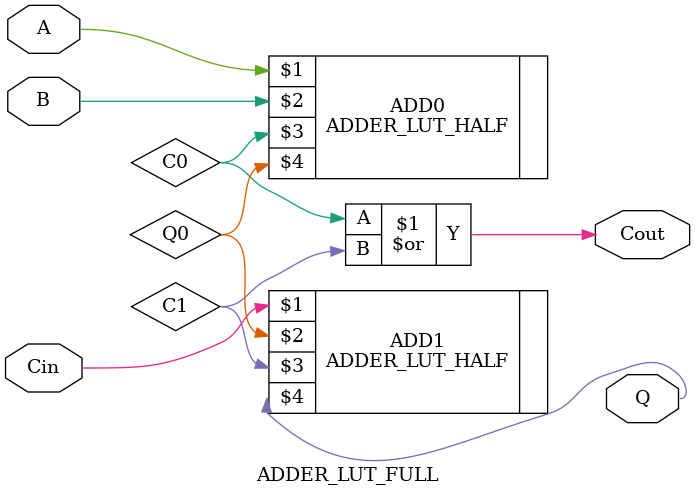
<source format=v>


module ADDER_LUT_FULL(
    input wire A,
    input wire B,
    input wire Cin,
    output wire Cout,
    output wire Q
);
    wire C0, C1, Q0;
    assign Cout = C0 | C1;

    ADDER_LUT_HALF ADD0(A, B, C0, Q0);
    ADDER_LUT_HALF ADD1(Cin, Q0, C1, Q);

endmodule

</source>
